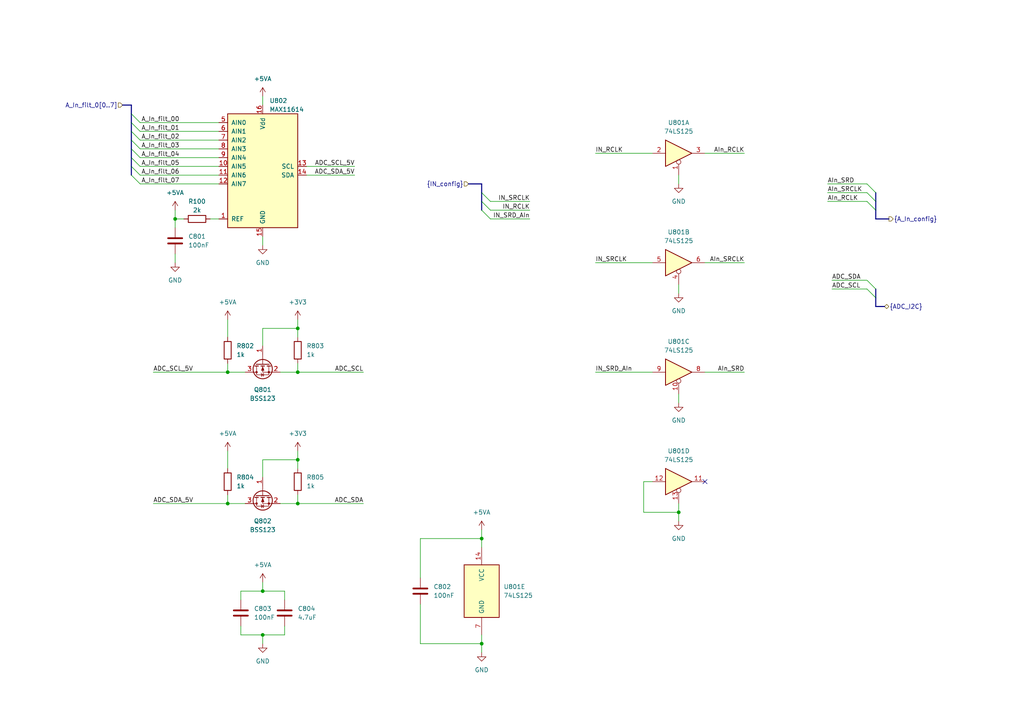
<source format=kicad_sch>
(kicad_sch (version 20230121) (generator eeschema)
  (paper "A4")
  (lib_symbols
    (symbol "74xx:74LS125" (pin_names (offset 1.016))
      (property "Reference" "U" (at 0 1.27 0))
      (property "Value" "74LS125" (at 0 -1.27 0))
      (symbol "74LS125_1_0"
        (polyline (pts (xy -3.81 3.81) (xy -3.81 -3.81) (xy 3.81 0) (xy -3.81 3.81)) (stroke (width 0.254)) (fill (type background)))
        (pin input inverted (at 0 -6.35 90) (length 4.445) (name "~") (number "1"))
        (pin input line (at -7.62 0 0) (length 3.81) (name "~") (number "2"))
        (pin tri_state line (at 7.62 0 180) (length 3.81) (name "~") (number "3"))
      )
      (symbol "74LS125_2_0"
        (polyline (pts (xy -3.81 3.81) (xy -3.81 -3.81) (xy 3.81 0) (xy -3.81 3.81)) (stroke (width 0.254)) (fill (type background)))
        (pin input inverted (at 0 -6.35 90) (length 4.445) (name "~") (number "4"))
        (pin input line (at -7.62 0 0) (length 3.81) (name "~") (number "5"))
        (pin tri_state line (at 7.62 0 180) (length 3.81) (name "~") (number "6"))
      )
      (symbol "74LS125_3_0"
        (polyline (pts (xy -3.81 3.81) (xy -3.81 -3.81) (xy 3.81 0) (xy -3.81 3.81)) (stroke (width 0.254)) (fill (type background)))
        (pin input inverted (at 0 -6.35 90) (length 4.445) (name "~") (number "10"))
        (pin tri_state line (at 7.62 0 180) (length 3.81) (name "~") (number "8"))
        (pin input line (at -7.62 0 0) (length 3.81) (name "~") (number "9"))
      )
      (symbol "74LS125_4_0"
        (polyline (pts (xy -3.81 3.81) (xy -3.81 -3.81) (xy 3.81 0) (xy -3.81 3.81)) (stroke (width 0.254)) (fill (type background)))
        (pin tri_state line (at 7.62 0 180) (length 3.81) (name "~") (number "11"))
        (pin input line (at -7.62 0 0) (length 3.81) (name "~") (number "12"))
        (pin input inverted (at 0 -6.35 90) (length 4.445) (name "~") (number "13"))
      )
      (symbol "74LS125_5_0"
        (pin power_in line (at 0 12.7 270) (length 5.08) (name "VCC") (number "14"))
        (pin power_in line (at 0 -12.7 90) (length 5.08) (name "GND") (number "7"))
      )
      (symbol "74LS125_5_1"
        (rectangle (start -5.08 7.62) (end 5.08 -7.62) (stroke (width 0.254)) (fill (type background)))
      )
    )
    (symbol "Analog_ADC:MAX11614" (pin_names (offset 1.016))
      (property "Reference" "U" (at 11.43 -11.43 0))
      (property "Value" "MAX11614" (at 11.43 -13.97 0))
      (symbol "MAX11614_0_1"
        (rectangle (start -10.16 15.24) (end 10.16 -17.78) (stroke (width 0.254)) (fill (type background)))
      )
      (symbol "MAX11614_1_1"
        (pin input line (at -12.7 -15.24 0) (length 2.54) (name "REF") (number "1"))
        (pin input line (at -12.7 0 0) (length 2.54) (name "AIN5") (number "10"))
        (pin input line (at -12.7 -2.54 0) (length 2.54) (name "AIN6") (number "11"))
        (pin input line (at -12.7 -5.08 0) (length 2.54) (name "AIN7") (number "12"))
        (pin input line (at 12.7 0 180) (length 2.54) (name "SCL") (number "13"))
        (pin bidirectional line (at 12.7 -2.54 180) (length 2.54) (name "SDA") (number "14"))
        (pin power_in line (at 0 -20.32 90) (length 2.54) (name "GND") (number "15"))
        (pin power_in line (at 0 17.78 270) (length 2.54) (name "Vdd") (number "16"))
        (pin no_connect line (at -10.16 -12.7 0) (length 2.54) hide (name "NC") (number "2"))
        (pin no_connect line (at -10.16 -10.16 0) (length 2.54) hide (name "NC") (number "3"))
        (pin no_connect line (at -10.16 -7.62 0) (length 2.54) hide (name "NC") (number "4"))
        (pin input line (at -12.7 12.7 0) (length 2.54) (name "AIN0") (number "5"))
        (pin input line (at -12.7 10.16 0) (length 2.54) (name "AIN1") (number "6"))
        (pin input line (at -12.7 7.62 0) (length 2.54) (name "AIN2") (number "7"))
        (pin input line (at -12.7 5.08 0) (length 2.54) (name "AIN3") (number "8"))
        (pin input line (at -12.7 2.54 0) (length 2.54) (name "AIN4") (number "9"))
      )
    )
    (symbol "Device:C" (pin_numbers hide) (pin_names (offset 0.254))
      (property "Reference" "C" (at 0.635 2.54 0))
      (property "Value" "C" (at 0.635 -2.54 0))
      (symbol "C_0_1"
        (polyline (pts (xy -2.032 -0.762) (xy 2.032 -0.762)) (stroke (width 0.508)))
        (polyline (pts (xy -2.032 0.762) (xy 2.032 0.762)) (stroke (width 0.508)))
      )
      (symbol "C_1_1"
        (pin passive line (at 0 3.81 270) (length 2.794) (name "~") (number "1"))
        (pin passive line (at 0 -3.81 90) (length 2.794) (name "~") (number "2"))
      )
    )
    (symbol "Device:R" (pin_numbers hide) (pin_names (offset 0))
      (property "Reference" "R" (at 2.032 0 90))
      (property "Value" "R" (at 0 0 90))
      (symbol "R_0_1"
        (rectangle (start -1.016 -2.54) (end 1.016 2.54) (stroke (width 0.254)))
      )
      (symbol "R_1_1"
        (pin passive line (at 0 3.81 270) (length 1.27) (name "~") (number "1"))
        (pin passive line (at 0 -3.81 90) (length 1.27) (name "~") (number "2"))
      )
    )
    (symbol "FaSTTUBe_PnP:BSS123" (pin_names hide)
      (property "Reference" "Q" (at 5.08 1.905 0))
      (property "Value" "BSS123" (at 5.08 0 0))
      (symbol "BSS123_0_1"
        (polyline (pts (xy 0.254 0) (xy -2.54 0)))
        (polyline (pts (xy 0.254 1.905) (xy 0.254 -1.905)) (stroke (width 0.254)))
        (polyline (pts (xy 0.762 -1.27) (xy 0.762 -2.286)) (stroke (width 0.254)))
        (polyline (pts (xy 0.762 0.508) (xy 0.762 -0.508)) (stroke (width 0.254)))
        (polyline (pts (xy 0.762 2.286) (xy 0.762 1.27)) (stroke (width 0.254)))
        (polyline (pts (xy 2.54 2.54) (xy 2.54 1.778)))
        (polyline (pts (xy 2.54 -2.54) (xy 2.54 0) (xy 0.762 0)))
        (polyline (pts (xy 0.762 -1.778) (xy 3.302 -1.778) (xy 3.302 1.778) (xy 0.762 1.778)))
        (polyline (pts (xy 1.016 0) (xy 2.032 0.381) (xy 2.032 -0.381) (xy 1.016 0)) (fill (type outline)))
        (polyline (pts (xy 2.794 0.508) (xy 2.921 0.381) (xy 3.683 0.381) (xy 3.81 0.254)))
        (polyline (pts (xy 3.302 0.381) (xy 2.921 -0.254) (xy 3.683 -0.254) (xy 3.302 0.381)))
        (circle (center 1.651 0) (radius 2.794) (stroke (width 0.254)))
        (circle (center 2.54 -1.778) (radius 0.254) (fill (type outline)))
        (circle (center 2.54 1.778) (radius 0.254) (fill (type outline)))
      )
      (symbol "BSS123_1_1"
        (pin input line (at -5.08 0 0) (length 2.54) (name "G") (number "1"))
        (pin passive line (at 2.54 -5.08 90) (length 2.54) (name "S") (number "2"))
        (pin passive line (at 2.54 5.08 270) (length 2.54) (name "D") (number "3"))
      )
    )
    (symbol "power:+3.3V" (power) (pin_names (offset 0))
      (property "Value" "+3.3V" (at 0 3.556 0))
      (symbol "+3.3V_0_1"
        (polyline (pts (xy -0.762 1.27) (xy 0 2.54)))
        (polyline (pts (xy 0 0) (xy 0 2.54)))
        (polyline (pts (xy 0 2.54) (xy 0.762 1.27)))
      )
      (symbol "+3.3V_1_1"
        (pin power_in line (at 0 0 90) (length 0) hide (name "+3V3") (number "1"))
      )
    )
    (symbol "power:+5VA" (power) (pin_names (offset 0))
      (property "Value" "+5VA" (at 0 3.556 0))
      (symbol "+5VA_0_1"
        (polyline (pts (xy -0.762 1.27) (xy 0 2.54)))
        (polyline (pts (xy 0 0) (xy 0 2.54)))
        (polyline (pts (xy 0 2.54) (xy 0.762 1.27)))
      )
      (symbol "+5VA_1_1"
        (pin power_in line (at 0 0 90) (length 0) hide (name "+5VA") (number "1"))
      )
    )
    (symbol "power:GND" (power) (pin_names (offset 0))
      (property "Value" "GND" (at 0 -3.81 0))
      (symbol "GND_0_1"
        (polyline (pts (xy 0 0) (xy 0 -1.27) (xy 1.27 -1.27) (xy 0 -2.54) (xy -1.27 -1.27) (xy 0 -1.27)))
      )
      (symbol "GND_1_1"
        (pin power_in line (at 0 0 270) (length 0) hide (name "GND") (number "1"))
      )
    )
  )
  (bus_alias "A_In_config" (members "AIn_SRD" "AIn_SRCLK" "AIn_RCLK"))
  (bus_alias "" (members))
  (junction (at 86.36 107.95))
  (junction (at 76.2 184.15))
  (junction (at 76.2 171.45))
  (junction (at 86.36 146.05))
  (junction (at 196.85 148.59))
  (junction (at 66.04 146.05))
  (junction (at 50.8 63.5))
  (junction (at 139.7 186.69))
  (junction (at 66.04 107.95))
  (junction (at 86.36 95.25))
  (junction (at 86.36 133.35))
  (junction (at 139.7 156.21))
  (no_connect (at 204.47 139.7))
  (bus_entry (at 254 60.96) (size -2.54 -2.54))
  (bus_entry (at 139.7 60.96) (size 2.54 2.54))
  (bus_entry (at 38.1 33.02) (size 2.54 2.54))
  (bus_entry (at 38.1 38.1) (size 2.54 2.54))
  (bus_entry (at 38.1 43.18) (size 2.54 2.54))
  (bus_entry (at 38.1 35.56) (size 2.54 2.54))
  (bus_entry (at 38.1 40.64) (size 2.54 2.54))
  (bus_entry (at 139.7 55.88) (size 2.54 2.54))
  (bus_entry (at 254 58.42) (size -2.54 -2.54))
  (bus_entry (at 38.1 50.8) (size 2.54 2.54))
  (bus_entry (at 251.46 83.82) (size 2.54 2.54))
  (bus_entry (at 251.46 81.28) (size 2.54 2.54))
  (bus_entry (at 38.1 48.26) (size 2.54 2.54))
  (bus_entry (at 254 55.88) (size -2.54 -2.54))
  (bus_entry (at 139.7 58.42) (size 2.54 2.54))
  (bus_entry (at 38.1 45.72) (size 2.54 2.54))
  (wire (pts (xy 81.28 107.95) (xy 86.36 107.95)))
  (wire (pts (xy 53.34 63.5) (xy 50.8 63.5)))
  (wire (pts (xy 60.96 63.5) (xy 63.5 63.5)))
  (wire (pts (xy 76.2 184.15) (xy 76.2 186.69)))
  (wire (pts (xy 66.04 146.05) (xy 71.12 146.05)))
  (wire (pts (xy 251.46 53.34) (xy 240.03 53.34)))
  (wire (pts (xy 82.55 184.15) (xy 82.55 181.61)))
  (wire (pts (xy 40.64 38.1) (xy 63.5 38.1)))
  (wire (pts (xy 251.46 58.42) (xy 240.03 58.42)))
  (wire (pts (xy 251.46 55.88) (xy 240.03 55.88)))
  (wire (pts (xy 66.04 107.95) (xy 66.04 105.41)))
  (wire (pts (xy 121.92 186.69) (xy 121.92 175.26)))
  (wire (pts (xy 76.2 68.58) (xy 76.2 71.12)))
  (wire (pts (xy 86.36 146.05) (xy 86.36 143.51)))
  (wire (pts (xy 204.47 76.2) (xy 215.9 76.2)))
  (wire (pts (xy 82.55 173.99) (xy 82.55 171.45)))
  (wire (pts (xy 66.04 130.81) (xy 66.04 135.89)))
  (wire (pts (xy 76.2 184.15) (xy 82.55 184.15)))
  (wire (pts (xy 86.36 146.05) (xy 105.41 146.05)))
  (wire (pts (xy 40.64 40.64) (xy 63.5 40.64)))
  (wire (pts (xy 121.92 156.21) (xy 121.92 167.64)))
  (wire (pts (xy 172.72 44.45) (xy 189.23 44.45)))
  (bus (pts (xy 38.1 30.48) (xy 35.56 30.48)))
  (bus (pts (xy 254 88.9) (xy 256.54 88.9)))
  (wire (pts (xy 142.24 60.96) (xy 153.67 60.96)))
  (wire (pts (xy 139.7 156.21) (xy 121.92 156.21)))
  (wire (pts (xy 172.72 107.95) (xy 189.23 107.95)))
  (wire (pts (xy 88.9 48.26) (xy 102.87 48.26)))
  (wire (pts (xy 241.3 83.82) (xy 251.46 83.82)))
  (bus (pts (xy 38.1 33.02) (xy 38.1 30.48)))
  (bus (pts (xy 139.7 58.42) (xy 139.7 60.96)))
  (bus (pts (xy 38.1 50.8) (xy 38.1 48.26)))
  (wire (pts (xy 40.64 50.8) (xy 63.5 50.8)))
  (wire (pts (xy 81.28 146.05) (xy 86.36 146.05)))
  (wire (pts (xy 82.55 171.45) (xy 76.2 171.45)))
  (wire (pts (xy 142.24 58.42) (xy 153.67 58.42)))
  (wire (pts (xy 196.85 82.55) (xy 196.85 85.09)))
  (wire (pts (xy 86.36 107.95) (xy 86.36 105.41)))
  (wire (pts (xy 76.2 171.45) (xy 69.85 171.45)))
  (wire (pts (xy 186.69 148.59) (xy 186.69 139.7)))
  (wire (pts (xy 69.85 171.45) (xy 69.85 173.99)))
  (wire (pts (xy 172.72 76.2) (xy 189.23 76.2)))
  (wire (pts (xy 196.85 50.8) (xy 196.85 53.34)))
  (wire (pts (xy 44.45 146.05) (xy 66.04 146.05)))
  (wire (pts (xy 139.7 186.69) (xy 139.7 189.23)))
  (wire (pts (xy 50.8 63.5) (xy 50.8 60.96)))
  (wire (pts (xy 86.36 92.71) (xy 86.36 95.25)))
  (bus (pts (xy 38.1 35.56) (xy 38.1 33.02)))
  (bus (pts (xy 38.1 40.64) (xy 38.1 38.1)))
  (wire (pts (xy 40.64 35.56) (xy 63.5 35.56)))
  (wire (pts (xy 66.04 146.05) (xy 66.04 143.51)))
  (bus (pts (xy 38.1 48.26) (xy 38.1 45.72)))
  (wire (pts (xy 86.36 97.79) (xy 86.36 95.25)))
  (wire (pts (xy 196.85 148.59) (xy 196.85 151.13)))
  (bus (pts (xy 139.7 55.88) (xy 139.7 53.34)))
  (wire (pts (xy 88.9 50.8) (xy 102.87 50.8)))
  (wire (pts (xy 139.7 184.15) (xy 139.7 186.69)))
  (wire (pts (xy 86.36 133.35) (xy 76.2 133.35)))
  (wire (pts (xy 204.47 107.95) (xy 215.9 107.95)))
  (wire (pts (xy 204.47 44.45) (xy 215.9 44.45)))
  (bus (pts (xy 254 83.82) (xy 254 86.36)))
  (wire (pts (xy 86.36 135.89) (xy 86.36 133.35)))
  (wire (pts (xy 86.36 95.25) (xy 76.2 95.25)))
  (bus (pts (xy 139.7 55.88) (xy 139.7 58.42)))
  (wire (pts (xy 50.8 63.5) (xy 50.8 66.04)))
  (wire (pts (xy 71.12 107.95) (xy 66.04 107.95)))
  (wire (pts (xy 196.85 146.05) (xy 196.85 148.59)))
  (wire (pts (xy 139.7 158.75) (xy 139.7 156.21)))
  (wire (pts (xy 69.85 181.61) (xy 69.85 184.15)))
  (wire (pts (xy 196.85 114.3) (xy 196.85 116.84)))
  (wire (pts (xy 139.7 153.67) (xy 139.7 156.21)))
  (wire (pts (xy 86.36 107.95) (xy 105.41 107.95)))
  (bus (pts (xy 38.1 38.1) (xy 38.1 35.56)))
  (wire (pts (xy 196.85 148.59) (xy 186.69 148.59)))
  (wire (pts (xy 50.8 73.66) (xy 50.8 76.2)))
  (bus (pts (xy 257.81 63.5) (xy 254 63.5)))
  (wire (pts (xy 76.2 95.25) (xy 76.2 100.33)))
  (wire (pts (xy 40.64 48.26) (xy 63.5 48.26)))
  (bus (pts (xy 254 55.88) (xy 254 58.42)))
  (bus (pts (xy 254 58.42) (xy 254 60.96)))
  (wire (pts (xy 44.45 107.95) (xy 66.04 107.95)))
  (wire (pts (xy 69.85 184.15) (xy 76.2 184.15)))
  (wire (pts (xy 40.64 45.72) (xy 63.5 45.72)))
  (wire (pts (xy 76.2 168.91) (xy 76.2 171.45)))
  (bus (pts (xy 135.89 53.34) (xy 139.7 53.34)))
  (wire (pts (xy 139.7 186.69) (xy 121.92 186.69)))
  (wire (pts (xy 76.2 133.35) (xy 76.2 138.43)))
  (wire (pts (xy 186.69 139.7) (xy 189.23 139.7)))
  (wire (pts (xy 76.2 27.94) (xy 76.2 30.48)))
  (bus (pts (xy 38.1 45.72) (xy 38.1 43.18)))
  (wire (pts (xy 142.24 63.5) (xy 153.67 63.5)))
  (bus (pts (xy 254 86.36) (xy 254 88.9)))
  (bus (pts (xy 254 63.5) (xy 254 60.96)))
  (wire (pts (xy 40.64 43.18) (xy 63.5 43.18)))
  (wire (pts (xy 241.3 81.28) (xy 251.46 81.28)))
  (wire (pts (xy 40.64 53.34) (xy 63.5 53.34)))
  (wire (pts (xy 66.04 92.71) (xy 66.04 97.79)))
  (wire (pts (xy 86.36 130.81) (xy 86.36 133.35)))
  (bus (pts (xy 38.1 43.18) (xy 38.1 40.64)))
  (label "AIn_SRD" (at 215.9 107.95 180))
  (label "ADC_SCL_5V" (at 102.87 48.26 180))
  (label "A_In_filt_07" (at 52.07 53.34 180))
  (label "IN_SRD_AIn" (at 153.67 63.5 180))
  (label "ADC_SDA" (at 241.3 81.28 0))
  (label "IN_SRD_AIn" (at 172.72 107.95 0))
  (label "ADC_SCL_5V" (at 44.45 107.95 0))
  (label "AIn_SRD" (at 240.03 53.34 0))
  (label "ADC_SDA_5V" (at 102.87 50.8 180))
  (label "AIn_RCLK" (at 240.03 58.42 0))
  (label "AIn_SRCLK" (at 240.03 55.88 0))
  (label "A_In_filt_01" (at 52.07 38.1 180))
  (label "ADC_SCL" (at 105.41 107.95 180))
  (label "AIn_RCLK" (at 215.9 44.45 180))
  (label "A_In_filt_02" (at 52.07 40.64 180))
  (label "ADC_SDA_5V" (at 44.45 146.05 0))
  (label "IN_RCLK" (at 153.67 60.96 180))
  (label "A_In_filt_05" (at 52.07 48.26 180))
  (label "IN_RCLK" (at 172.72 44.45 0))
  (label "ADC_SDA" (at 105.41 146.05 180))
  (label "IN_SRCLK" (at 153.67 58.42 180))
  (label "A_In_filt_06" (at 52.07 50.8 180))
  (label "ADC_SCL" (at 241.3 83.82 0))
  (label "IN_SRCLK" (at 172.72 76.2 0))
  (label "A_In_filt_03" (at 52.07 43.18 180))
  (label "AIn_SRCLK" (at 215.9 76.2 180))
  (label "A_In_filt_04" (at 52.07 45.72 180))
  (label "A_In_filt_00" (at 52.07 35.56 180))
  (hierarchical_label "{A_In_config}" (shape output) (at 257.81 63.5 0))
  (hierarchical_label "{ADC_I2C}" (shape bidirectional) (at 256.54 88.9 0))
  (hierarchical_label "A_In_filt_0[0..7]" (shape input) (at 35.56 30.48 180))
  (hierarchical_label "{IN_config}" (shape input) (at 135.89 53.34 180))
  (symbol (lib_id "power:GND") (at 196.85 85.09 0) (unit 1)
    (property "Reference" "#PWR0806" (effects hide))
    (property "Value" "GND" (at 196.85 90.17 0))
    (instances (project "Sensor_Board" (path "" (reference "#PWR0806") (unit 1))) (project "FT22_VCU_Konzept" (path "" (reference "#PWR0144") (unit 1))))
  )
  (symbol (lib_id "Device:R") (at 86.36 139.7 0) (unit 1)
    (property "Reference" "R805" (at 88.9 138.4299 0) (effects (justify left)))
    (property "Value" "1k" (at 88.9 140.9699 0) (effects (justify left)))
    (property "Footprint" "Resistor_SMD:R_0603_1608Metric" (effects hide))
    (instances (project "Sensor_Board" (path "" (reference "R805") (unit 1))) (project "FT22_VCU_Konzept" (path "" (reference "R50") (unit 1))))
  )
  (symbol (lib_id "power:+5VA") (at 76.2 168.91 0) (unit 1)
    (property "Reference" "#PWR0814" (effects hide))
    (property "Value" "+5VA" (at 76.2 163.83 0))
    (instances (project "Sensor_Board" (path "" (reference "#PWR0814") (unit 1))) (project "FT22_VCU_Konzept" (path "" (reference "#PWR0152") (unit 1))))
  )
  (symbol (lib_id "Device:C") (at 82.55 177.8 0) (unit 1)
    (property "Reference" "C804" (at 86.36 176.5299 0) (effects (justify left)))
    (property "Value" "4.7uF" (at 86.36 179.0699 0) (effects (justify left)))
    (property "Footprint" "Capacitor_SMD:C_0805_2012Metric" (effects hide))
    (instances (project "Sensor_Board" (path "" (reference "C804") (unit 1))) (project "FT22_VCU_Konzept" (path "" (reference "C63") (unit 1))))
  )
  (symbol (lib_id "Device:R") (at 57.15 63.5 90) (unit 1)
    (property "Reference" "R100" (at 57.15 58.42 90))
    (property "Value" "2k" (at 57.15 60.96 90))
    (property "Footprint" "Resistor_SMD:R_0603_1608Metric" (effects hide))
    (instances (project "Sensor_Board" (path "" (reference "R100") (unit 1)) (path "" (reference "R801") (unit 1))) (project "FT22_VCU_Konzept" (path "" (reference "R100") (unit 1))))
  )
  (symbol (lib_id "power:GND") (at 196.85 116.84 0) (unit 1)
    (property "Reference" "#PWR0809" (effects hide))
    (property "Value" "GND" (at 196.85 121.92 0))
    (instances (project "Sensor_Board" (path "" (reference "#PWR0809") (unit 1))) (project "FT22_VCU_Konzept" (path "" (reference "#PWR0147") (unit 1))))
  )
  (symbol (lib_id "power:GND") (at 76.2 186.69 0) (unit 1)
    (property "Reference" "#PWR0815" (effects hide))
    (property "Value" "GND" (at 76.2 191.77 0))
    (instances (project "Sensor_Board" (path "" (reference "#PWR0815") (unit 1))) (project "FT22_VCU_Konzept" (path "" (reference "#PWR0153") (unit 1))))
  )
  (symbol (lib_id "power:+5VA") (at 50.8 60.96 0) (unit 1)
    (property "Reference" "#PWR0803" (effects hide))
    (property "Value" "+5VA" (at 50.8 55.88 0))
    (instances (project "Sensor_Board" (path "" (reference "#PWR0803") (unit 1))) (project "FT22_VCU_Konzept" (path "" (reference "#PWR0141") (unit 1))))
  )
  (symbol (lib_id "74xx:74LS125") (at 196.85 107.95 0) (unit 3)
    (property "Reference" "U801" (at 196.85 99.06 0))
    (property "Value" "74LS125" (at 196.85 101.6 0))
    (property "Footprint" "Package_SO:SOIC-16_3.9x9.9mm_P1.27mm" (effects hide))
    (property "Datasheet" "http://www.ti.com/lit/gpn/sn74LS125" (effects hide))
    (instances (project "Sensor_Board" (path "" (reference "U801") (unit 3))) (project "FT22_VCU_Konzept" (path "" (reference "U17") (unit 3))))
  )
  (symbol (lib_id "power:+5VA") (at 66.04 130.81 0) (unit 1)
    (property "Reference" "#PWR0810" (effects hide))
    (property "Value" "+5VA" (at 66.04 125.73 0))
    (instances (project "Sensor_Board" (path "" (reference "#PWR0810") (unit 1))) (project "FT22_VCU_Konzept" (path "" (reference "#PWR0148") (unit 1))))
  )
  (symbol (lib_id "power:+5VA") (at 76.2 27.94 0) (unit 1)
    (property "Reference" "#PWR0801" (effects hide))
    (property "Value" "+5VA" (at 76.2 22.86 0))
    (instances (project "Sensor_Board" (path "" (reference "#PWR0801") (unit 1))) (project "FT22_VCU_Konzept" (path "" (reference "#PWR0141") (unit 1))))
  )
  (symbol (lib_id "power:+5VA") (at 139.7 153.67 0) (unit 1)
    (property "Reference" "#PWR0813" (effects hide))
    (property "Value" "+5VA" (at 139.7 148.59 0))
    (instances (project "Sensor_Board" (path "" (reference "#PWR0813") (unit 1))) (project "FT22_VCU_Konzept" (path "" (reference "#PWR0151") (unit 1))))
  )
  (symbol (lib_id "Device:R") (at 86.36 101.6 0) (unit 1)
    (property "Reference" "R803" (at 88.9 100.3299 0) (effects (justify left)))
    (property "Value" "1k" (at 88.9 102.8699 0) (effects (justify left)))
    (property "Footprint" "Resistor_SMD:R_0603_1608Metric" (effects hide))
    (instances (project "Sensor_Board" (path "" (reference "R803") (unit 1))) (project "FT22_VCU_Konzept" (path "" (reference "R50") (unit 1))))
  )
  (symbol (lib_id "Device:C") (at 50.8 69.85 0) (unit 1)
    (property "Reference" "C801" (at 54.61 68.5799 0) (effects (justify left)))
    (property "Value" "100nF" (at 54.61 71.1199 0) (effects (justify left)))
    (property "Footprint" "Capacitor_SMD:C_0603_1608Metric" (effects hide))
    (instances (project "Sensor_Board" (path "" (reference "C801") (unit 1))) (project "FT22_VCU_Konzept" (path "" (reference "C61") (unit 1))))
  )
  (symbol (lib_id "74xx:74LS125") (at 196.85 76.2 0) (unit 2)
    (property "Reference" "U801" (at 196.85 67.31 0))
    (property "Value" "74LS125" (at 196.85 69.85 0))
    (property "Footprint" "Package_SO:SOIC-16_3.9x9.9mm_P1.27mm" (effects hide))
    (property "Datasheet" "http://www.ti.com/lit/gpn/sn74LS125" (effects hide))
    (instances (project "Sensor_Board" (path "" (reference "U801") (unit 2))) (project "FT22_VCU_Konzept" (path "" (reference "U17") (unit 2))))
  )
  (symbol (lib_id "power:+3.3V") (at 86.36 92.71 0) (unit 1)
    (property "Reference" "#PWR0808" (effects hide))
    (property "Value" "+3.3V" (at 86.36 87.63 0))
    (instances (project "Sensor_Board" (path "" (reference "#PWR0808") (unit 1))) (project "FT22_VCU_Konzept" (path "" (reference "#PWR0146") (unit 1))))
  )
  (symbol (lib_id "power:GND") (at 139.7 189.23 0) (unit 1)
    (property "Reference" "#PWR0816" (effects hide))
    (property "Value" "GND" (at 139.7 194.31 0))
    (instances (project "Sensor_Board" (path "" (reference "#PWR0816") (unit 1))) (project "FT22_VCU_Konzept" (path "" (reference "#PWR0154") (unit 1))))
  )
  (symbol (lib_id "Device:R") (at 66.04 101.6 0) (unit 1)
    (property "Reference" "R802" (at 68.58 100.3299 0) (effects (justify left)))
    (property "Value" "1k" (at 68.58 102.8699 0) (effects (justify left)))
    (property "Footprint" "Resistor_SMD:R_0603_1608Metric" (effects hide))
    (instances (project "Sensor_Board" (path "" (reference "R802") (unit 1))) (project "FT22_VCU_Konzept" (path "" (reference "R50") (unit 1))))
  )
  (symbol (lib_id "power:+3.3V") (at 86.36 130.81 0) (unit 1)
    (property "Reference" "#PWR0811" (effects hide))
    (property "Value" "+3.3V" (at 86.36 125.73 0))
    (instances (project "Sensor_Board" (path "" (reference "#PWR0811") (unit 1))) (project "FT22_VCU_Konzept" (path "" (reference "#PWR0149") (unit 1))))
  )
  (symbol (lib_id "74xx:74LS125") (at 196.85 139.7 0) (unit 4)
    (property "Reference" "U801" (at 196.85 130.81 0))
    (property "Value" "74LS125" (at 196.85 133.35 0))
    (property "Footprint" "Package_SO:SOIC-16_3.9x9.9mm_P1.27mm" (effects hide))
    (property "Datasheet" "http://www.ti.com/lit/gpn/sn74LS125" (effects hide))
    (instances (project "Sensor_Board" (path "" (reference "U801") (unit 4))) (project "FT22_VCU_Konzept" (path "" (reference "U17") (unit 4))))
  )
  (symbol (lib_id "Device:C") (at 121.92 171.45 0) (unit 1)
    (property "Reference" "C802" (at 125.73 170.1799 0) (effects (justify left)))
    (property "Value" "100nF" (at 125.73 172.7199 0) (effects (justify left)))
    (property "Footprint" "Capacitor_SMD:C_0603_1608Metric" (effects hide))
    (instances (project "Sensor_Board" (path "" (reference "C802") (unit 1))) (project "FT22_VCU_Konzept" (path "" (reference "C61") (unit 1))))
  )
  (symbol (lib_id "Analog_ADC:MAX11614") (at 76.2 48.26 0) (unit 1)
    (property "Reference" "U802" (at 78.1559 29.21 0) (effects (justify left)))
    (property "Value" "MAX11614" (at 78.1559 31.75 0) (effects (justify left)))
    (property "Footprint" "Package_SO:QSOP-16_3.9x4.9mm_P0.635mm" (effects hide))
    (property "Datasheet" "https://datasheets.maximintegrated.com/en/ds/MAX11612-MAX11617.pdf" (effects hide))
  )
  (symbol (lib_id "74xx:74LS125") (at 139.7 171.45 0) (unit 5)
    (property "Reference" "U801" (at 146.05 170.1799 0) (effects (justify left)))
    (property "Value" "74LS125" (at 146.05 172.7199 0) (effects (justify left)))
    (property "Footprint" "Package_SO:SOIC-16_3.9x9.9mm_P1.27mm" (effects hide))
    (property "Datasheet" "http://www.ti.com/lit/gpn/sn74LS125" (effects hide))
    (instances (project "Sensor_Board" (path "" (reference "U801") (unit 5))) (project "FT22_VCU_Konzept" (path "" (reference "U17") (unit 5))))
  )
  (symbol (lib_id "power:GND") (at 76.2 71.12 0) (unit 1)
    (property "Reference" "#PWR0804" (effects hide))
    (property "Value" "GND" (at 76.2 76.2 0))
    (instances (project "Sensor_Board" (path "" (reference "#PWR0804") (unit 1))) (project "FT22_VCU_Konzept" (path "" (reference "#PWR0143") (unit 1))))
  )
  (symbol (lib_id "74xx:74LS125") (at 196.85 44.45 0) (unit 1)
    (property "Reference" "U801" (at 196.85 35.56 0))
    (property "Value" "74LS125" (at 196.85 38.1 0))
    (property "Footprint" "Package_SO:SOIC-16_3.9x9.9mm_P1.27mm" (effects hide))
    (property "Datasheet" "http://www.ti.com/lit/gpn/sn74LS125" (effects hide))
    (instances (project "Sensor_Board" (path "" (reference "U801") (unit 1))) (project "FT22_VCU_Konzept" (path "" (reference "U17") (unit 1))))
  )
  (symbol (lib_id "power:GND") (at 196.85 53.34 0) (unit 1)
    (property "Reference" "#PWR0802" (effects hide))
    (property "Value" "GND" (at 196.85 58.42 0))
    (instances (project "Sensor_Board" (path "" (reference "#PWR0802") (unit 1))) (project "FT22_VCU_Konzept" (path "" (reference "#PWR0142") (unit 1))))
  )
  (symbol (lib_id "power:+5VA") (at 66.04 92.71 0) (unit 1)
    (property "Reference" "#PWR0807" (effects hide))
    (property "Value" "+5VA" (at 66.04 87.63 0))
    (instances (project "Sensor_Board" (path "" (reference "#PWR0807") (unit 1))) (project "FT22_VCU_Konzept" (path "" (reference "#PWR0145") (unit 1))))
  )
  (symbol (lib_id "FaSTTUBe_PnP:BSS123") (at 76.2 105.41 90) (mirror x) (unit 1)
    (property "Reference" "Q801" (at 76.2 113.03 90))
    (property "Value" "BSS123" (at 76.2 115.57 90))
    (property "Footprint" "Package_TO_SOT_SMD:SOT-23" (effects hide))
    (property "Datasheet" "http://www.diodes.com/assets/Datasheets/ds30366.pdf" (effects hide))
    (instances (project "Sensor_Board" (path "" (reference "Q801") (unit 1))) (project "FT22_VCU_Konzept" (path "" (reference "Q3") (unit 1))))
  )
  (symbol (lib_id "FaSTTUBe_PnP:BSS123") (at 76.2 143.51 90) (mirror x) (unit 1)
    (property "Reference" "Q802" (at 76.2 151.13 90))
    (property "Value" "BSS123" (at 76.2 153.67 90))
    (property "Footprint" "Package_TO_SOT_SMD:SOT-23" (effects hide))
    (property "Datasheet" "http://www.diodes.com/assets/Datasheets/ds30366.pdf" (effects hide))
    (instances (project "Sensor_Board" (path "" (reference "Q802") (unit 1))) (project "FT22_VCU_Konzept" (path "" (reference "Q4") (unit 1))))
  )
  (symbol (lib_id "power:GND") (at 196.85 151.13 0) (unit 1)
    (property "Reference" "#PWR0812" (effects hide))
    (property "Value" "GND" (at 196.85 156.21 0))
    (instances (project "Sensor_Board" (path "" (reference "#PWR0812") (unit 1))) (project "FT22_VCU_Konzept" (path "" (reference "#PWR0150") (unit 1))))
  )
  (symbol (lib_id "Device:R") (at 66.04 139.7 0) (unit 1)
    (property "Reference" "R804" (at 68.58 138.4299 0) (effects (justify left)))
    (property "Value" "1k" (at 68.58 140.9699 0) (effects (justify left)))
    (property "Footprint" "Resistor_SMD:R_0603_1608Metric" (effects hide))
    (instances (project "Sensor_Board" (path "" (reference "R804") (unit 1))) (project "FT22_VCU_Konzept" (path "" (reference "R50") (unit 1))))
  )
  (symbol (lib_id "Device:C") (at 69.85 177.8 0) (unit 1)
    (property "Reference" "C803" (at 73.66 176.5299 0) (effects (justify left)))
    (property "Value" "100nF" (at 73.66 179.0699 0) (effects (justify left)))
    (property "Footprint" "Capacitor_SMD:C_0603_1608Metric" (effects hide))
    (instances (project "Sensor_Board" (path "" (reference "C803") (unit 1))) (project "FT22_VCU_Konzept" (path "" (reference "C62") (unit 1))))
  )
  (symbol (lib_id "power:GND") (at 50.8 76.2 0) (unit 1)
    (property "Reference" "#PWR0805" (effects hide))
    (property "Value" "GND" (at 50.8 81.28 0))
    (instances (project "Sensor_Board" (path "" (reference "#PWR0805") (unit 1))) (project "FT22_VCU_Konzept" (path "" (reference "#PWR0143") (unit 1))))
  )
)
</source>
